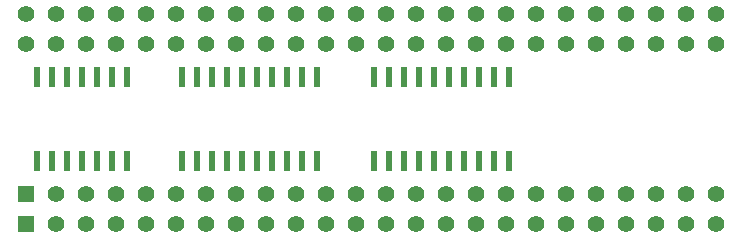
<source format=gtp>
G04 #@! TF.GenerationSoftware,KiCad,Pcbnew,5.1.5*
G04 #@! TF.CreationDate,2020-05-31T21:03:52+02:00*
G04 #@! TF.ProjectId,PIV_DeniseAdap,5049565f-4465-46e6-9973-65416461702e,rev?*
G04 #@! TF.SameCoordinates,Original*
G04 #@! TF.FileFunction,Paste,Top*
G04 #@! TF.FilePolarity,Positive*
%FSLAX46Y46*%
G04 Gerber Fmt 4.6, Leading zero omitted, Abs format (unit mm)*
G04 Created by KiCad (PCBNEW 5.1.5) date 2020-05-31 21:03:52*
%MOMM*%
%LPD*%
G04 APERTURE LIST*
%ADD10R,0.568000X1.741399*%
%ADD11C,1.399540*%
%ADD12R,1.399540X1.399540*%
G04 APERTURE END LIST*
D10*
X124142500Y-96748600D03*
X125412500Y-96748600D03*
X126682500Y-96748600D03*
X127952500Y-96748600D03*
X129222500Y-96748600D03*
X130492500Y-96748600D03*
X131762500Y-96748600D03*
X131762500Y-103911400D03*
X130492500Y-103911400D03*
X129222500Y-103911400D03*
X127952500Y-103911400D03*
X126682500Y-103911400D03*
X125412500Y-103911400D03*
X124142500Y-103911400D03*
X136398000Y-96748600D03*
X137668000Y-96748600D03*
X138938000Y-96748600D03*
X140208000Y-96748600D03*
X141478000Y-96748600D03*
X142748000Y-96748600D03*
X144018000Y-96748600D03*
X145288000Y-96748600D03*
X146558000Y-96748600D03*
X147828000Y-96748600D03*
X147828000Y-103911400D03*
X146558000Y-103911400D03*
X145288000Y-103911400D03*
X144018000Y-103911400D03*
X142748000Y-103911400D03*
X141478000Y-103911400D03*
X140208000Y-103911400D03*
X138938000Y-103911400D03*
X137668000Y-103911400D03*
X136398000Y-103911400D03*
X152654000Y-96748600D03*
X153924000Y-96748600D03*
X155194000Y-96748600D03*
X156464000Y-96748600D03*
X157734000Y-96748600D03*
X159004000Y-96748600D03*
X160274000Y-96748600D03*
X161544000Y-96748600D03*
X162814000Y-96748600D03*
X164084000Y-96748600D03*
X164084000Y-103911400D03*
X162814000Y-103911400D03*
X161544000Y-103911400D03*
X160274000Y-103911400D03*
X159004000Y-103911400D03*
X157734000Y-103911400D03*
X156464000Y-103911400D03*
X155194000Y-103911400D03*
X153924000Y-103911400D03*
X152654000Y-103911400D03*
D11*
X123190000Y-93980000D03*
X125730000Y-93980000D03*
X128270000Y-93980000D03*
X130810000Y-93980000D03*
X133350000Y-93980000D03*
X135890000Y-93980000D03*
X138430000Y-93980000D03*
X140970000Y-93980000D03*
X143510000Y-93980000D03*
X146050000Y-93980000D03*
X148590000Y-93980000D03*
X151130000Y-93980000D03*
X153670000Y-93980000D03*
X156210000Y-93980000D03*
X158750000Y-93980000D03*
X161290000Y-93980000D03*
X163830000Y-93980000D03*
X166370000Y-93980000D03*
X168910000Y-93980000D03*
X171450000Y-93980000D03*
X173990000Y-93980000D03*
X176530000Y-93980000D03*
X179070000Y-93980000D03*
X181610000Y-93980000D03*
X181610000Y-109220000D03*
X179070000Y-109220000D03*
X176530000Y-109220000D03*
X173990000Y-109220000D03*
X171450000Y-109220000D03*
X168910000Y-109220000D03*
X166370000Y-109220000D03*
X163830000Y-109220000D03*
X161290000Y-109220000D03*
X158750000Y-109220000D03*
X156210000Y-109220000D03*
X153670000Y-109220000D03*
X151130000Y-109220000D03*
X148590000Y-109220000D03*
X146050000Y-109220000D03*
X143510000Y-109220000D03*
X140970000Y-109220000D03*
X138430000Y-109220000D03*
X135890000Y-109220000D03*
X133350000Y-109220000D03*
X130810000Y-109220000D03*
X128270000Y-109220000D03*
X125730000Y-109220000D03*
D12*
X123190000Y-109220000D03*
D11*
X123190000Y-91440000D03*
X125730000Y-91440000D03*
X128270000Y-91440000D03*
X130810000Y-91440000D03*
X133350000Y-91440000D03*
X135890000Y-91440000D03*
X138430000Y-91440000D03*
X140970000Y-91440000D03*
X143510000Y-91440000D03*
X146050000Y-91440000D03*
X148590000Y-91440000D03*
X151130000Y-91440000D03*
X153670000Y-91440000D03*
X156210000Y-91440000D03*
X158750000Y-91440000D03*
X161290000Y-91440000D03*
X163830000Y-91440000D03*
X166370000Y-91440000D03*
X168910000Y-91440000D03*
X171450000Y-91440000D03*
X173990000Y-91440000D03*
X176530000Y-91440000D03*
X179070000Y-91440000D03*
X181610000Y-91440000D03*
X181610000Y-106680000D03*
X179070000Y-106680000D03*
X176530000Y-106680000D03*
X173990000Y-106680000D03*
X171450000Y-106680000D03*
X168910000Y-106680000D03*
X166370000Y-106680000D03*
X163830000Y-106680000D03*
X161290000Y-106680000D03*
X158750000Y-106680000D03*
X156210000Y-106680000D03*
X153670000Y-106680000D03*
X151130000Y-106680000D03*
X148590000Y-106680000D03*
X146050000Y-106680000D03*
X143510000Y-106680000D03*
X140970000Y-106680000D03*
X138430000Y-106680000D03*
X135890000Y-106680000D03*
X133350000Y-106680000D03*
X130810000Y-106680000D03*
X128270000Y-106680000D03*
X125730000Y-106680000D03*
D12*
X123190000Y-106680000D03*
M02*

</source>
